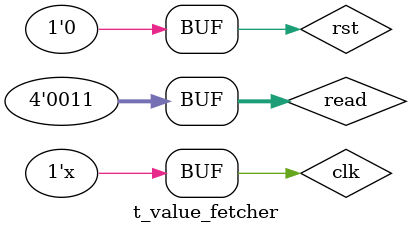
<source format=v>
`timescale 1ns / 1ps


module t_value_fetcher;

	// Inputs
	reg clk;
	reg rst;
	reg [3:0] read;

	// Outputs
	wire [31:0] out;
	wire [3:0] empty;

	// Instantiate the Unit Under Test (UUT)
	value_fetcher uut (
		.clk(clk), 
		.rst(rst), 
		.read(read), 
		.out(out), 
		.empty(empty)
	);

    always
        #1 clk = ~clk;

	initial begin
		// Initialize Inputs
		clk = 0;
		rst = 0;
		read = 0;

        #20 rst = 1;
        #20 rst = 0;

        #10 read = 15;
        #30 read = 12;
        #30 read = 3;

		// Wait 100 ns for global reset to finish
		#100;
        
		// Add stimulus here

	end
      
endmodule


</source>
